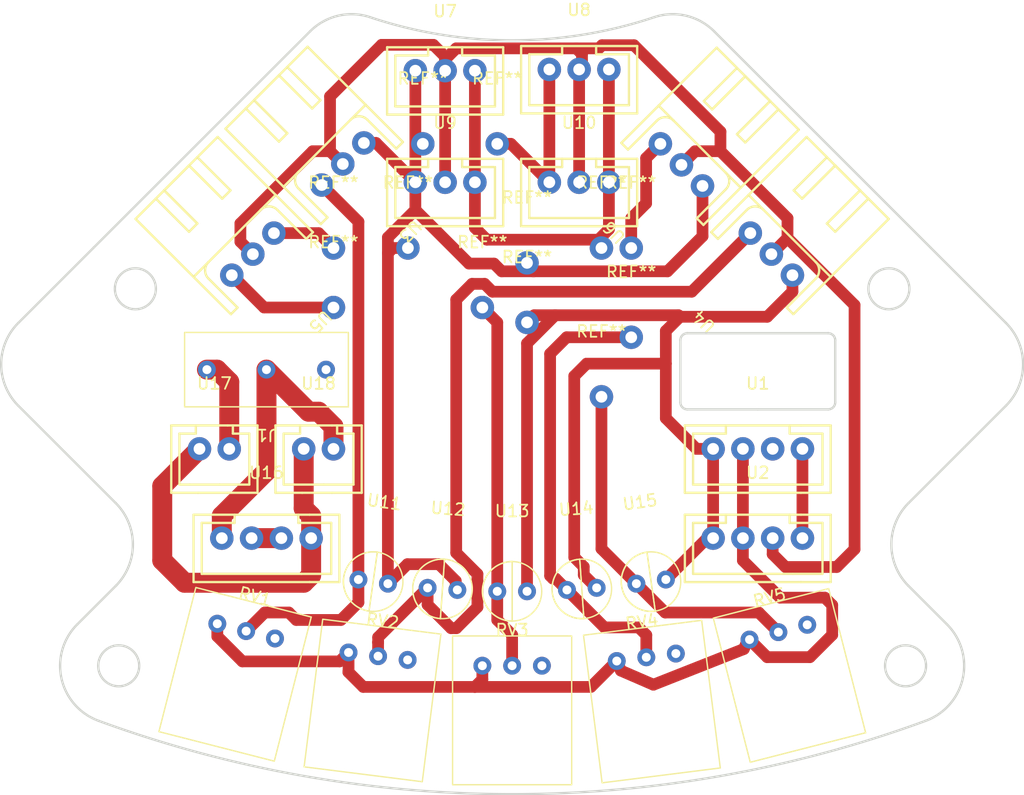
<source format=kicad_pcb>
(kicad_pcb (version 20211014) (generator pcbnew)
  (layers (0 "F.Cu" signal) (31 "B.Cu" signal) (34 "B.Paste" user) (35 "F.Paste" user) (36 "B.SilkS" user "B.Silkscreen") (37 "F.SilkS" user "F.Silkscreen") (38 "B.Mask" user) (39 "F.Mask" user) (44 "Edge.Cuts" user))
  (net 0 "")
  (net 1 "+5V")
  (net 2 "LINE-Light_1")
  (net 4 "LINE-Light_2")
  (net 6 "LINE-Light_3")
  (net 8 "LINE-Light_4")
  (net 10 "LINE-Light_5")
  (net 12 "GND")
  (net 14 "LINE_DAC")
  (net 15 "+3V3")
  (net 17 "Net-(J1-Pad2)")
  (net 18 "Net-(J1-Pad3)")
  (net 19 "Net-(U16-Pad2)")
  (net 20 "GND1")
  (footprint "自分のフットプリント:ジャンパ線" (layer "F.Cu") (at 10.16 50.8)
    (fp_text reference "REF**" (at 0 -0.5 unlocked) (layer "F.SilkS"))
    (fp_text value "ジャンパ線")
    (pad "1" thru_hole circle (at 0 5.08) (size 2 2) (drill 1) (layers F&B.Cu *.Mask))
  )
  (footprint "自分のフットプリント:L字コネクター3ピン" (layer "F.Cu") (at -16.727898 61.794205 -135)
    (fp_text reference "U5" (at 0 -0.5 -135 unlocked) (layer "F.SilkS"))
    (fp_text value "左後LINE用コネクタ")
    (pad "1" thru_hole circle (at -2.54 7.62 45) (size 2 2) (drill 1) (layers *.Cu *.Mask) (net 12 "GND"))
    (pad "2" thru_hole circle (at 0 7.62 45) (size 2 2) (drill 1) (layers *.Cu *.Mask) (net 15 "+3V3"))
    (pad "3" thru_hole circle (at 2.54 7.62 45) (size 2 2) (drill 1) (layers *.Cu *.Mask) (net 6 "LINE-Light_3"))
  )
  (footprint "自分のフットプリント:ジャンパ線" (layer "F.Cu") (at -7.62 41.91)
    (fp_text reference "REF**" (at 0 -0.5 unlocked) (layer "F.SilkS"))
    (fp_text value "ジャンパ線")
    (pad "1" thru_hole circle (at 0 5.08) (size 2 2) (drill 1) (layers F&B.Cu *.Mask))
  )
  (footprint "自分のフットプリント:電解コンデンサー" (layer "F.Cu") (at 10.971711 78.067783 8)
    (fp_text reference "U15" (at 0 -0.5 8 unlocked) (layer "F.SilkS"))
    (fp_text value "電解コンデンサー")
    (pad "1" thru_hole circle (at -1.27 6.35 8) (size 1.524 1.524) (drill 0.762) (layers *.Cu *.Mask) (net 10 "LINE-Light_5"))
    (pad "2" thru_hole circle (at 1.27 6.35 8) (size 1.524 1.524) (drill 0.762) (layers *.Cu *.Mask) (net 12 "GND"))
  )
  (footprint "自分のフットプリント:電解コンデンサー" (layer "F.Cu") (at -10.970468 78.067958 -8)
    (fp_text reference "U11" (at 0 -0.5 -8 unlocked) (layer "F.SilkS"))
    (fp_text value "電解コンデンサー")
    (pad "1" thru_hole circle (at -1.27 6.35 352) (size 1.524 1.524) (drill 0.762) (layers *.Cu *.Mask) (net 2 "LINE-Light_1"))
    (pad "2" thru_hole circle (at 1.27 6.35 352) (size 1.524 1.524) (drill 0.762) (layers *.Cu *.Mask) (net 12 "GND"))
  )
  (footprint "自分のフットプリント:ジャンパ線" (layer "F.Cu") (at 7.62 63.5)
    (fp_text reference "REF**" (at 0 -0.5 unlocked) (layer "F.SilkS"))
    (fp_text value "ジャンパ線")
    (pad "1" thru_hole circle (at 0 5.08) (size 2 2) (drill 1) (layers F&B.Cu *.Mask))
  )
  (footprint "自分のフットプリント:コネクター4ピン" (layer "F.Cu") (at 20.955 67.945)
    (fp_text reference "U1" (at 0 -0.5 unlocked) (layer "F.SilkS"))
    (fp_text value "コネクター4ピン")
    (pad "1" thru_hole circle (at -3.81 5.08) (size 2 2) (drill 1) (layers *.Mask "F.Cu" "In1.Cu" "B.Cu") (net 12 "GND"))
    (pad "2" thru_hole circle (at -1.27 5.08) (size 2 2) (drill 1) (layers *.Mask "F.Cu" "In1.Cu" "B.Cu") (net 1 "+5V"))
    (pad "3" thru_hole circle (at 1.27 5.08) (size 2 2) (drill 1) (layers *.Mask "F.Cu" "In1.Cu" "B.Cu"))
    (pad "4" thru_hole circle (at 3.81 5.08) (size 2 2) (drill 1) (layers *.Mask "F.Cu" "In1.Cu" "B.Cu") (net 14 "LINE_DAC"))
  )
  (footprint "自分のフットプリント:L字コネクター3ピン" (layer "F.Cu") (at 9.055798 54.174205 135)
    (fp_text reference "U6" (at 0 -0.5 135 unlocked) (layer "F.SilkS"))
    (fp_text value "右後LINE用コネクタ")
    (pad "1" thru_hole circle (at -2.54 7.62 315) (size 2 2) (drill 1) (layers *.Cu *.Mask) (net 12 "GND"))
    (pad "2" thru_hole circle (at 0 7.62 315) (size 2 2) (drill 1) (layers *.Cu *.Mask) (net 15 "+3V3"))
    (pad "3" thru_hole circle (at 2.54 7.62 315) (size 2 2) (drill 1) (layers *.Cu *.Mask) (net 8 "LINE-Light_4"))
  )
  (footprint "自分のフットプリント:コネクター3ピン" (layer "F.Cu") (at -5.715 35.665)
    (fp_text reference "U7" (at 0 0 unlocked) (layer "F.SilkS"))
    (fp_text value "予備")
    (pad "1" thru_hole circle (at -2.54 5.08) (size 2 2) (drill 1) (layers *.Mask "F.Cu" "In1.Cu" "B.Cu") (net 12 "GND"))
    (pad "2" thru_hole circle (at 0 5.08) (size 2 2) (drill 1) (layers *.Mask "F.Cu" "In1.Cu" "B.Cu") (net 15 "+3V3"))
    (pad "3" thru_hole circle (at 2.54 5.08) (size 2 2) (drill 1) (layers *.Mask "F.Cu" "In1.Cu" "B.Cu") (net 10 "LINE-Light_5"))
  )
  (footprint "自分のフットプリント:ジャンパ線" (layer "F.Cu") (at -15.24 55.88)
    (fp_text reference "REF**" (at 0 -0.5 unlocked) (layer "F.SilkS"))
    (fp_text value "ジャンパ線")
    (pad "1" thru_hole circle (at 0 5.08) (size 2 2) (drill 1) (layers F&B.Cu *.Mask))
  )
  (footprint "自分のフットプリント:コネクター2ピン" (layer "F.Cu") (at -25.4 67.945)
    (fp_text reference "U17" (at 0 -0.5 unlocked) (layer "F.SilkS"))
    (fp_text value "モータードライバー用")
    (pad "1" thru_hole circle (at -1.27 5.08) (size 2 2) (drill 1) (layers *.Mask "F.Cu" "In1.Cu" "B.Cu") (net 20 "GND1"))
    (pad "2" thru_hole circle (at 1.27 5.08) (size 2 2) (drill 1) (layers *.Mask "F.Cu" "In1.Cu" "B.Cu") (net 18 "Net-(J1-Pad3)"))
  )
  (footprint "自分のフットプリント:コネクター3ピン" (layer "F.Cu") (at 5.715 45.19)
    (fp_text reference "U10" (at 0 0 unlocked) (layer "F.SilkS"))
    (fp_text value "予備")
    (pad "1" thru_hole circle (at -2.54 5.08) (size 2 2) (drill 1) (layers *.Mask "F.Cu" "In1.Cu" "B.Cu") (net 12 "GND"))
    (pad "2" thru_hole circle (at 0 5.08) (size 2 2) (drill 1) (layers *.Mask "F.Cu" "In1.Cu" "B.Cu") (net 15 "+3V3"))
    (pad "3" thru_hole circle (at 2.54 5.08) (size 2 2) (drill 1) (layers *.Mask "F.Cu" "In1.Cu" "B.Cu") (net 10 "LINE-Light_5"))
  )
  (footprint "自分のフットプリント:電解コンデンサー" (layer "F.Cu") (at 5.500505 78.642874 4)
    (fp_text reference "U14" (at 0 -0.5 4 unlocked) (layer "F.SilkS"))
    (fp_text value "電解コンデンサー")
    (pad "1" thru_hole circle (at -1.27 6.35 4) (size 1.524 1.524) (drill 0.762) (layers *.Cu *.Mask) (net 8 "LINE-Light_4"))
    (pad "2" thru_hole circle (at 1.27 6.35 4) (size 1.524 1.524) (drill 0.762) (layers *.Cu *.Mask) (net 12 "GND"))
  )
  (footprint "自分のフットプリント:ジャンパ線" (layer "F.Cu") (at 1.27 57.15)
    (fp_text reference "REF**" (at 0 -0.5 unlocked) (layer "F.SilkS"))
    (fp_text value "ジャンパ線")
    (pad "1" thru_hole circle (at 0 5.08) (size 2 2) (drill 1) (layers F&B.Cu *.Mask))
  )
  (footprint "自分のフットプリント:ジャンパ線" (layer "F.Cu") (at 10.16 58.42)
    (fp_text reference "REF**" (at 0 -0.5 unlocked) (layer "F.SilkS"))
    (fp_text value "ジャンパ線")
    (pad "1" thru_hole circle (at 0 5.08) (size 2 2) (drill 1) (layers F&B.Cu *.Mask))
  )
  (footprint "自分のフットプリント:電解コンデンサー" (layer "F.Cu") (at 0.001256 78.835)
    (fp_text reference "U13" (at 0 -0.5 unlocked) (layer "F.SilkS"))
    (fp_text value "電解コンデンサー")
    (pad "1" thru_hole circle (at -1.27 6.35) (size 1.524 1.524) (drill 0.762) (layers *.Cu *.Mask) (net 6 "LINE-Light_3"))
    (pad "2" thru_hole circle (at 1.27 6.35) (size 1.524 1.524) (drill 0.762) (layers *.Cu *.Mask) (net 12 "GND"))
  )
  (footprint "自分のフットプリント:コネクター3ピン" (layer "F.Cu") (at 5.715 35.56)
    (fp_text reference "U8" (at 0 0 unlocked) (layer "F.SilkS"))
    (fp_text value "予備")
    (pad "1" thru_hole circle (at -2.54 5.08) (size 2 2) (drill 1) (layers *.Mask "F.Cu" "In1.Cu" "B.Cu") (net 12 "GND"))
    (pad "2" thru_hole circle (at 0 5.08) (size 2 2) (drill 1) (layers *.Mask "F.Cu" "In1.Cu" "B.Cu") (net 15 "+3V3"))
    (pad "3" thru_hole circle (at 2.54 5.08) (size 2 2) (drill 1) (layers *.Mask "F.Cu" "In1.Cu" "B.Cu") (net 10 "LINE-Light_5"))
  )
  (footprint "自分のフットプリント:コネクター4ピン" (layer "F.Cu") (at 20.955 75.565)
    (fp_text reference "U2" (at 0 -0.5 unlocked) (layer "F.SilkS"))
    (fp_text value "コネクター4ピン")
    (pad "1" thru_hole circle (at -3.81 5.08) (size 2 2) (drill 1) (layers *.Mask "F.Cu" "In1.Cu" "B.Cu") (net 12 "GND"))
    (pad "2" thru_hole circle (at -1.27 5.08) (size 2 2) (drill 1) (layers *.Mask "F.Cu" "In1.Cu" "B.Cu") (net 1 "+5V"))
    (pad "3" thru_hole circle (at 1.27 5.08) (size 2 2) (drill 1) (layers *.Mask "F.Cu" "In1.Cu" "B.Cu") (net 15 "+3V3"))
    (pad "4" thru_hole circle (at 3.81 5.08) (size 2 2) (drill 1) (layers *.Mask "F.Cu" "In1.Cu" "B.Cu") (net 14 "LINE_DAC"))
  )
  (footprint "自分のフットプリント:ジャンパ線" (layer "F.Cu") (at -2.54 55.88)
    (fp_text reference "REF**" (at 0 -0.5 unlocked) (layer "F.SilkS"))
    (fp_text value "ジャンパ線")
    (pad "1" thru_hole circle (at 0 5.08) (size 2 2) (drill 1) (layers F&B.Cu *.Mask))
  )
  (footprint "自分のフットプリント:コネクター4ピン" (layer "F.Cu") (at -20.955 75.565)
    (fp_text reference "U16" (at 0 -0.5 unlocked) (layer "F.SilkS"))
    (fp_text value "コネクター4ピン")
    (pad "1" thru_hole circle (at -3.81 5.08) (size 2 2) (drill 1) (layers *.Mask "F.Cu" "In1.Cu" "B.Cu") (net 17 "Net-(J1-Pad2)"))
    (pad "2" thru_hole circle (at -1.27 5.08) (size 2 2) (drill 1) (layers *.Mask "F.Cu" "In1.Cu" "B.Cu") (net 19 "Net-(U16-Pad2)"))
    (pad "3" thru_hole circle (at 1.27 5.08) (size 2 2) (drill 1) (layers *.Mask "F.Cu" "In1.Cu" "B.Cu") (net 19 "Net-(U16-Pad2)"))
    (pad "4" thru_hole circle (at 3.81 5.08) (size 2 2) (drill 1) (layers *.Mask "F.Cu" "In1.Cu" "B.Cu") (net 20 "GND1"))
  )
  (footprint "自分のフットプリント:ジャンパ線" (layer "F.Cu") (at -8.89 50.8)
    (fp_text reference "REF**" (at 0 -0.5 unlocked) (layer "F.SilkS"))
    (fp_text value "ジャンパ線")
    (pad "1" thru_hole circle (at 0 5.08) (size 2 2) (drill 1) (layers F&B.Cu *.Mask))
  )
  (footprint "自分のフットプリント:ジャンパ線" (layer "F.Cu") (at 1.27 52.07)
    (fp_text reference "REF**" (at 0 -0.5 unlocked) (layer "F.SilkS"))
    (fp_text value "ジャンパ線")
    (pad "1" thru_hole circle (at 0 5.08) (size 2 2) (drill 1) (layers *.Cu *.Mask))
  )
  (footprint "自分のフットプリント:コネクター3ピン" (layer "F.Cu") (at -5.715 45.19)
    (fp_text reference "U9" (at 0 0 unlocked) (layer "F.SilkS"))
    (fp_text value "予備")
    (pad "1" thru_hole circle (at -2.54 5.08) (size 2 2) (drill 1) (layers *.Mask "F.Cu" "In1.Cu" "B.Cu") (net 12 "GND"))
    (pad "2" thru_hole circle (at 0 5.08) (size 2 2) (drill 1) (layers *.Mask "F.Cu" "In1.Cu" "B.Cu") (net 15 "+3V3"))
    (pad "3" thru_hole circle (at 2.54 5.08) (size 2 2) (drill 1) (layers *.Mask "F.Cu" "In1.Cu" "B.Cu") (net 10 "LINE-Light_5"))
  )
  (footprint "R_Potentiometer:Potentiometer" (layer "F.Cu") (at 0 88.995)
    (fp_text reference "RV3" (at 0 -0.5 unlocked) (layer "F.SilkS"))
    (fp_text value "可変抵抗3")
    (pad "1" thru_hole circle (at -2.54 2.54) (size 1.524 1.524) (drill 0.762) (layers *.Cu *.Mask) (net 1 "+5V"))
    (pad "2" thru_hole circle (at 0 2.54) (size 1.524 1.524) (drill 0.762) (layers *.Cu *.Mask) (net 6 "LINE-Light_3"))
    (pad "3" thru_hole circle (at 2.54 2.54) (size 1.524 1.524) (drill 0.762) (layers *.Cu *.Mask))
  )
  (footprint "自分のフットプリント:L字コネクター3ピン" (layer "F.Cu") (at -9.055798 54.096423 -135)
    (fp_text reference "U3" (at 0 -0.5 -135 unlocked) (layer "F.SilkS"))
    (fp_text value "左前LINE用コネクタ")
    (pad "1" thru_hole circle (at -2.54 7.62 45) (size 2 2) (drill 1) (layers *.Cu *.Mask) (net 12 "GND"))
    (pad "2" thru_hole circle (at 0 7.62 45) (size 2 2) (drill 1) (layers *.Cu *.Mask) (net 15 "+3V3"))
    (pad "3" thru_hole circle (at 2.54 7.62 45) (size 2 2) (drill 1) (layers *.Cu *.Mask) (net 2 "LINE-Light_1"))
  )
  (footprint "自分のフットプリント:L字コネクター3ピン" (layer "F.Cu") (at 16.727898 61.794205 135)
    (fp_text reference "U4" (at 0 -0.5 135 unlocked) (layer "F.SilkS"))
    (fp_text value "右前LINE用コネクタ")
    (pad "1" thru_hole circle (at -2.54 7.62 315) (size 2 2) (drill 1) (layers *.Cu *.Mask) (net 12 "GND"))
    (pad "2" thru_hole circle (at 0 7.62 315) (size 2 2) (drill 1) (layers *.Cu *.Mask) (net 15 "+3V3"))
    (pad "3" thru_hole circle (at 2.54 7.62 315) (size 2 2) (drill 1) (layers *.Cu *.Mask) (net 4 "LINE-Light_2"))
  )
  (footprint "自分のフットプリント:ジャンパ線" (layer "F.Cu") (at -1.27 41.91)
    (fp_text reference "REF**" (at 0 -0.5 unlocked) (layer "F.SilkS"))
    (fp_text value "ジャンパ線")
    (pad "1" thru_hole circle (at 0 5.08) (size 2 2) (drill 1) (layers F&B.Cu *.Mask))
  )
  (footprint "自分のフットプリント:コネクター2ピン" (layer "F.Cu") (at -16.51 67.945)
    (fp_text reference "U18" (at 0 -0.5 unlocked) (layer "F.SilkS"))
    (fp_text value "TJ3B用")
    (pad "1" thru_hole circle (at -1.27 5.08) (size 2 2) (drill 1) (layers *.Mask "F.Cu" "In1.Cu" "B.Cu") (net 20 "GND1"))
    (pad "2" thru_hole circle (at 1.27 5.08) (size 2 2) (drill 1) (layers *.Mask "F.Cu" "In1.Cu" "B.Cu") (net 17 "Net-(J1-Pad2)"))
  )
  (footprint "自分のフットプリント:ジャンパ線" (layer "F.Cu") (at -15.24 50.8)
    (fp_text reference "REF**" (at 0 -0.5 unlocked) (layer "F.SilkS"))
    (fp_text value "ジャンパ線")
    (pad "1" thru_hole circle (at 0 5.08) (size 2 2) (drill 1) (layers F&B.Cu *.Mask))
  )
  (footprint "自分のフットプリント:基板用大きなトグルスイッチ" (layer "F.Cu") (at -20.955 71.3425 180)
    (fp_text reference "J1" (at 0 -0.5 180 unlocked) (layer "F.SilkS"))
    (fp_text value "トグルスイッチ")
    (pad "1" thru_hole circle (at -5.08 5.08 180) (size 1.524 1.524) (drill 0.762) (layers *.Mask "F.Cu" "In1.Cu" "B.Cu"))
    (pad "2" thru_hole circle (at 0 5.08 180) (size 1.524 1.524) (drill 0.762) (layers *.Mask "F.Cu" "In1.Cu" "B.Cu") (net 17 "Net-(J1-Pad2)"))
    (pad "3" thru_hole circle (at 5.08 5.08 180) (size 1.524 1.524) (drill 0.762) (layers *.Mask "F.Cu" "In1.Cu" "B.Cu") (net 18 "Net-(J1-Pad3)"))
  )
  (footprint "R_Potentiometer:Potentiometer" (layer "F.Cu") (at -11.116468 88.202234 -7.183333333)
    (fp_text reference "RV2" (at 0 -0.5 -7.183333333 unlocked) (layer "F.SilkS"))
    (fp_text value "可変抵抗2")
    (pad "1" thru_hole circle (at -2.54 2.54 352.8166667) (size 1.524 1.524) (drill 0.762) (layers *.Cu *.Mask) (net 1 "+5V"))
    (pad "2" thru_hole circle (at 0 2.54 352.8166667) (size 1.524 1.524) (drill 0.762) (layers *.Cu *.Mask) (net 4 "LINE-Light_2"))
    (pad "3" thru_hole circle (at 2.54 2.54 352.8166667) (size 1.524 1.524) (drill 0.762) (layers *.Cu *.Mask))
  )
  (footprint "自分のフットプリント:電解コンデンサー" (layer "F.Cu") (at -5.499252 78.642962 -4)
    (fp_text reference "U12" (at 0 -0.5 -4 unlocked) (layer "F.SilkS"))
    (fp_text value "電解コンデンサー")
    (pad "1" thru_hole circle (at -1.27 6.35 356) (size 1.524 1.524) (drill 0.762) (layers *.Cu *.Mask) (net 4 "LINE-Light_2"))
    (pad "2" thru_hole circle (at 1.27 6.35 356) (size 1.524 1.524) (drill 0.762) (layers *.Cu *.Mask) (net 12 "GND"))
  )
  (footprint "R_Potentiometer:Potentiometer" (layer "F.Cu") (at 11.128347 88.296489 7.183333333)
    (fp_text reference "RV4" (at 0 -0.5 7.183333333 unlocked) (layer "F.SilkS"))
    (fp_text value "可変抵抗4")
    (pad "1" thru_hole circle (at -2.54 2.54 7.183333333) (size 1.524 1.524) (drill 0.762) (layers *.Cu *.Mask) (net 1 "+5V"))
    (pad "2" thru_hole circle (at 0 2.54 7.183333333) (size 1.524 1.524) (drill 0.762) (layers *.Cu *.Mask) (net 8 "LINE-Light_4"))
    (pad "3" thru_hole circle (at 2.54 2.54 7.183333333) (size 1.524 1.524) (drill 0.762) (layers *.Cu *.Mask))
  )
  (footprint "R_Potentiometer:Potentiometer" (layer "F.Cu") (at 22.082004 86.21192 14.36666667)
    (fp_text reference "RV5" (at 0 -0.5 14.36666667 unlocked) (layer "F.SilkS"))
    (fp_text value "可変抵抗5")
    (pad "1" thru_hole circle (at -2.54 2.54 14.36666667) (size 1.524 1.524) (drill 0.762) (layers *.Cu *.Mask) (net 1 "+5V"))
    (pad "2" thru_hole circle (at 0 2.54 14.36666667) (size 1.524 1.524) (drill 0.762) (layers *.Cu *.Mask) (net 10 "LINE-Light_5"))
    (pad "3" thru_hole circle (at 2.54 2.54 14.36666667) (size 1.524 1.524) (drill 0.762) (layers *.Cu *.Mask))
  )
  (footprint "R_Potentiometer:Potentiometer" (layer "F.Cu") (at -22.058432 86.119891 -14.36666667)
    (fp_text reference "RV1" (at 0 -0.5 -14.36666667 unlocked) (layer "F.SilkS"))
    (fp_text value "可変抵抗1")
    (pad "1" thru_hole circle (at -2.54 2.54 345.6333333) (size 1.524 1.524) (drill 0.762) (layers *.Cu *.Mask) (net 1 "+5V"))
    (pad "2" thru_hole circle (at 0 2.54 345.6333333) (size 1.524 1.524) (drill 0.762) (layers *.Cu *.Mask) (net 2 "LINE-Light_1"))
    (pad "3" thru_hole circle (at 2.54 2.54 345.6333333) (size 1.524 1.524) (drill 0.762) (layers *.Cu *.Mask))
  )
  (footprint "自分のフットプリント:ジャンパ線" (layer "F.Cu") (at 7.62 50.8)
    (fp_text reference "REF**" (at 0 -0.5 unlocked) (layer "F.SilkS"))
    (fp_text value "ジャンパ線")
    (pad "1" thru_hole circle (at 0 5.08) (size 2 2) (drill 1) (layers F&B.Cu *.Mask))
  )
  (gr_line (start 26.96 69.655) (end 20.955 69.655) (layer "Edge.Cuts") (width 0.2))
  (gr_circle (center 32.137857 59.361819) (end 33.887857 59.361819) (layer "Edge.Cuts") (width 0.2) (fill none))
  (gr_arc (start 42.121989 62.274882) (mid 43.586456 65.810417) (end 42.121989 69.34595) (layer "Edge.Cuts") (width 0.2))
  (gr_circle (center -33.559601 91.542705) (end -31.809601 91.542705) (layer "Edge.Cuts") (width 0.2) (fill none))
  (gr_arc (start 12.111811 36.181579) (mid 14.844665 36.055993) (end 17.234545 37.387437) (layer "Edge.Cuts") (width 0.2))
  (gr_arc (start -35.280607 96.237185) (mid -38.442335 92.619235) (end -37.095135 88.007171) (layer "Edge.Cuts") (width 0.2))
  (gr_arc (start -33.813925 77.654014) (mid -32.349614 81.150142) (end -33.758637 84.668916) (layer "Edge.Cuts") (width 0.2))
  (gr_arc (start -42.121989 69.34595) (mid -43.586455 65.810416) (end -42.121989 62.274882) (layer "Edge.Cuts") (width 0.2))
  (gr_line (start -33.813486 84.725522) (end -37.095135 88.007171) (layer "Edge.Cuts") (width 0.2))
  (gr_arc (start 26.96 63.155) (mid 27.384264 63.330736) (end 27.56 63.755) (layer "Edge.Cuts") (width 0.2))
  (gr_line (start 20.955 69.655) (end 14.94764 69.654999) (layer "Edge.Cuts") (width 0.2))
  (gr_line (start 33.813485 84.725522) (end 33.758637 84.668916) (layer "Edge.Cuts") (width 0.2))
  (gr_line (start -42.121989 69.34595) (end -33.813925 77.654014) (layer "Edge.Cuts") (width 0.2))
  (gr_circle (center 33.559601 91.542705) (end 35.309601 91.542705) (layer "Edge.Cuts") (width 0.2) (fill none))
  (gr_arc (start 14.35 63.755) (mid 14.525736 63.330736) (end 14.95 63.155) (layer "Edge.Cuts") (width 0.2))
  (gr_arc (start 27.56 69.055) (mid 27.384264 69.479264) (end 26.96 69.655) (layer "Edge.Cuts") (width 0.2))
  (gr_line (start -33.758637 84.668916) (end -33.813486 84.725522) (layer "Edge.Cuts") (width 0.2))
  (gr_circle (center -32.137858 59.361819) (end -30.387858 59.361819) (layer "Edge.Cuts") (width 0.2) (fill none))
  (gr_arc (start 12.111811 36.181579) (mid 0 38.155) (end -12.111811 36.181579) (layer "Edge.Cuts") (width 0.2))
  (gr_line (start 35.673391 55.826285) (end 17.234545 37.387437) (layer "Edge.Cuts") (width 0.2))
  (gr_line (start 14.95 63.155) (end 26.96 63.155) (layer "Edge.Cuts") (width 0.2))
  (gr_arc (start 37.095135 88.007171) (mid 38.44233 92.619232) (end 35.280606 96.237185) (layer "Edge.Cuts") (width 0.2))
  (gr_arc (start 35.280606 96.237185) (mid 0 102.500348) (end -35.280607 96.237185) (layer "Edge.Cuts") (width 0.2))
  (gr_line (start 27.56 63.755) (end 27.56 69.055) (layer "Edge.Cuts") (width 0.2))
  (gr_line (start 33.813924 77.654014) (end 38.586456 72.881483) (layer "Edge.Cuts") (width 0.2))
  (gr_line (start -35.673392 55.826285) (end -42.121989 62.274882) (layer "Edge.Cuts") (width 0.2))
  (gr_line (start 38.586456 72.881483) (end 42.121989 69.34595) (layer "Edge.Cuts") (width 0.2))
  (gr_line (start -17.234545 37.387437) (end -35.673392 55.826285) (layer "Edge.Cuts") (width 0.2))
  (gr_arc (start 14.94764 69.654999) (mid 14.524901 69.478433) (end 14.35 69.055004) (layer "Edge.Cuts") (width 0.2))
  (gr_line (start 14.35 69.055004) (end 14.35 63.755) (layer "Edge.Cuts") (width 0.2))
  (gr_line (start 42.121989 62.274882) (end 35.673391 55.826285) (layer "Edge.Cuts") (width 0.2))
  (gr_arc (start 33.758637 84.668916) (mid 32.349616 81.150143) (end 33.813924 77.654014) (layer "Edge.Cuts") (width 0.2))
  (gr_line (start 37.095135 88.007171) (end 33.813485 84.725522) (layer "Edge.Cuts") (width 0.2))
  (gr_arc (start -17.234545 37.387437) (mid -14.844666 36.055993) (end -12.111811 36.181579) (layer "Edge.Cuts") (width 0.2))
  (segment (start 9.274951 91.953853) (end 12.049897 93.157556) (width 1) (layer "F.Cu") (net 1))
  (segment (start 27.305 86.36) (end 27.305 88.9) (width 1) (layer "F.Cu") (net 1))
  (segment (start 8.879123 90.951552) (end 9.274951 91.953853) (width 1) (layer "F.Cu") (net 1))
  (segment (start -3.175 93.345) (end -2.54 92.71) (width 1) (layer "F.Cu") (net 1))
  (segment (start 6.715063 93.345) (end -3.175 93.345) (width 1) (layer "F.Cu") (net 1))
  (segment (start 8.925897 91.134166) (end 6.715063 93.345) (width 1) (layer "F.Cu") (net 1))
  (segment (start 19.685 80.645) (end 19.685 82.55) (width 1) (layer "F.Cu") (net 1))
  (segment (start -2.54 92.71) (end -2.54 91.535) (width 1) (layer "F.Cu") (net 1))
  (segment (start 12.049897 93.157556) (end 19.764369 90.110965) (width 1) (layer "F.Cu") (net 1))
  (segment (start 19.685 73.025) (end 19.685 80.645) (width 1) (layer "F.Cu") (net 1))
  (segment (start -13.954145 92.059145) (end -13.97 92.075) (width 1) (layer "F.Cu") (net 1))
  (segment (start 27.305 88.9) (end 25.4 90.805) (width 1) (layer "F.Cu") (net 1))
  (segment (start 22.86 85.725) (end 26.67 85.725) (width 1) (layer "F.Cu") (net 1))
  (segment (start -13.954145 90.404684) (end -13.954145 92.059145) (width 1) (layer "F.Cu") (net 1))
  (segment (start -25.149241 89.027848) (end -23.010406 91.166683) (width 1) (layer "F.Cu") (net 1))
  (segment (start 26.67 85.725) (end 27.305 86.36) (width 1) (layer "F.Cu") (net 1))
  (segment (start -25.149241 87.950218) (end -25.149241 89.027848) (width 1) (layer "F.Cu") (net 1))
  (segment (start 21.753948 90.805) (end 20.251677 89.302729) (width 1) (layer "F.Cu") (net 1))
  (segment (start -14.716144 91.166683) (end -13.954145 90.404684) (width 1) (layer "F.Cu") (net 1))
  (segment (start 25.4 90.805) (end 21.753948 90.805) (width 1) (layer "F.Cu") (net 1))
  (segment (start -23.010406 91.166683) (end -14.716144 91.166683) (width 1) (layer "F.Cu") (net 1))
  (segment (start 19.764369 90.110965) (end 20.19321 89.12234) (width 1) (layer "F.Cu") (net 1))
  (segment (start 19.685 82.55) (end 22.86 85.725) (width 1) (layer "F.Cu") (net 1))
  (segment (start -13.97 92.075) (end -12.7 93.345) (width 1) (layer "F.Cu") (net 1))
  (segment (start -12.7 93.345) (end -3.175 93.345) (width 1) (layer "F.Cu") (net 1))
  (segment (start -18.415 87.63) (end -19.05 86.995) (width 1) (layer "F.Cu") (net 2))
  (segment (start -13.111858 53.632466) (end -13.111858 84.17941) (width 1) (layer "F.Cu") (net 2))
  (segment (start -13.111858 86.136858) (end -14.605 87.63) (width 1) (layer "F.Cu") (net 2))
  (segment (start -14.605 87.63) (end -18.415 87.63) (width 1) (layer "F.Cu") (net 2))
  (segment (start -19.05 86.995) (end -21.103214 86.995) (width 1) (layer "F.Cu") (net 2))
  (segment (start -21.103214 86.995) (end -22.688673 88.580459) (width 1) (layer "F.Cu") (net 2))
  (segment (start -13.111858 84.17941) (end -13.111858 86.136858) (width 1) (layer "F.Cu") (net 2))
  (segment (start -16.240003 50.504321) (end -13.111858 53.632466) (width 1) (layer "F.Cu") (net 2))
  (segment (start 15.32 59.61) (end 20.32 54.61) (width 1) (layer "F.Cu") (net 4))
  (segment (start -2.96 86.53) (end -2.96 83.71) (width 1) (layer "F.Cu") (net 4))
  (segment (start -7.209112 84.888903) (end -7.209112 86.330888) (width 1) (layer "F.Cu") (net 4))
  (segment (start -11.43 89.109791) (end -11.43 89.535) (width 1) (layer "F.Cu") (net 4))
  (segment (start -5.21 88.33) (end -4.76 88.33) (width 1) (layer "F.Cu") (net 4))
  (segment (start -7.209112 84.888903) (end -11.43 89.109791) (width 1) (layer "F.Cu") (net 4))
  (segment (start -2.96 83.71) (end -4.77 81.9) (width 1) (layer "F.Cu") (net 4))
  (segment (start -4.76 88.33) (end -2.96 86.53) (width 1) (layer "F.Cu") (net 4))
  (segment (start -1.68 59.61) (end 15.32 59.61) (width 1) (layer "F.Cu") (net 4))
  (segment (start -3.42 58.94) (end -2.35 58.94) (width 1) (layer "F.Cu") (net 4))
  (segment (start -11.43 89.535) (end -11.434081 89.539081) (width 1) (layer "F.Cu") (net 4))
  (segment (start -4.77 81.9) (end -4.77 60.29) (width 1) (layer "F.Cu") (net 4))
  (segment (start -2.35 58.94) (end -1.68 59.61) (width 1) (layer "F.Cu") (net 4))
  (segment (start -11.434081 89.539081) (end -11.434081 90.722298) (width 1) (layer "F.Cu") (net 4))
  (segment (start -7.209112 86.330888) (end -5.21 88.33) (width 1) (layer "F.Cu") (net 4))
  (segment (start -4.77 60.29) (end -3.42 58.94) (width 1) (layer "F.Cu") (net 4))
  (segment (start -1.268744 87.631256) (end 0 88.9) (width 1) (layer "F.Cu") (net 6))
  (segment (start -21.154206 60.96) (end -15.24 60.96) (width 1) (layer "F.Cu") (net 6))
  (segment (start 0 88.9) (end 0 91.535) (width 1) (layer "F.Cu") (net 6))
  (segment (start -1.268744 85.185) (end -1.268744 62.231256) (width 1) (layer "F.Cu") (net 6))
  (segment (start -1.268744 62.231256) (end -2.54 60.96) (width 1) (layer "F.Cu") (net 6))
  (segment (start -23.912103 58.202103) (end -21.154206 60.96) (width 1) (layer "F.Cu") (net 6))
  (segment (start -1.268744 85.185) (end -1.268744 87.631256) (width 1) (layer "F.Cu") (net 6))
  (segment (start 7.875556 88.265) (end 10.795 88.265) (width 1) (layer "F.Cu") (net 8))
  (segment (start 4.676552 85.065996) (end 7.875556 88.265) (width 1) (layer "F.Cu") (net 8))
  (segment (start 11.43 48.2079) (end 11.43 52.07) (width 1) (layer "F.Cu") (net 8))
  (segment (start 3.48 84.1) (end 3.710556 84.1) (width 1) (layer "F.Cu") (net 8))
  (segment (start 4.65 63.5) (end 3.24 64.91) (width 1) (layer "F.Cu") (net 8))
  (segment (start 3.24 83.86) (end 3.48 84.1) (width 1) (layer "F.Cu") (net 8))
  (segment (start 11.44596 88.91596) (end 11.44596 90.816553) (width 1) (layer "F.Cu") (net 8))
  (segment (start 12.6479 46.99) (end 11.43 48.2079) (width 1) (layer "F.Cu") (net 8))
  (segment (start 3.24 64.91) (end 3.24 83.86) (width 1) (layer "F.Cu") (net 8))
  (segment (start 3.710556 84.1) (end 4.676552 85.065996) (width 1) (layer "F.Cu") (net 8))
  (segment (start 11.43 52.07) (end 10.16 53.34) (width 1) (layer "F.Cu") (net 8))
  (segment (start 10.16 63.5) (end 4.65 63.5) (width 1) (layer "F.Cu") (net 8))
  (segment (start 10.795 88.265) (end 11.44596 88.91596) (width 1) (layer "F.Cu") (net 8))
  (segment (start 10.16 53.34) (end 10.16 55.88) (width 1) (layer "F.Cu") (net 8))
  (segment (start 7.37 55.17) (end -2.16 55.17) (width 1) (layer "F.Cu") (net 10))
  (segment (start 10.59782 84.532735) (end 7.62 81.554915) (width 1) (layer "F.Cu") (net 10))
  (segment (start 8.255 54.285) (end 7.37 55.17) (width 1) (layer "F.Cu") (net 10))
  (segment (start -2.16 55.17) (end -3.175 54.155) (width 1) (layer "F.Cu") (net 10))
  (segment (start 7.37 55.63) (end 7.62 55.88) (width 1) (layer "F.Cu") (net 10))
  (segment (start -3.175 40.745) (end -3.175 50.27) (width 1) (layer "F.Cu") (net 10))
  (segment (start 8.255 50.27) (end 8.255 54.285) (width 1) (layer "F.Cu") (net 10))
  (segment (start 10.59782 84.532735) (end 13.060085 86.995) (width 1) (layer "F.Cu") (net 10))
  (segment (start 7.37 55.17) (end 7.37 55.63) (width 1) (layer "F.Cu") (net 10))
  (segment (start 13.060085 86.995) (end 21.034757 86.995) (width 1) (layer "F.Cu") (net 10))
  (segment (start 7.62 81.554915) (end 7.62 68.58) (width 1) (layer "F.Cu") (net 10))
  (segment (start 21.034757 86.995) (end 22.712245 88.672488) (width 1) (layer "F.Cu") (net 10))
  (segment (start -3.175 54.155) (end -3.175 50.27) (width 1) (layer "F.Cu") (net 10))
  (segment (start 8.255 40.64) (end 8.255 50.27) (width 1) (layer "F.Cu") (net 10))
  (segment (start -4.81 84.931383) (end -4.81 84.3) (width 1) (layer "F.Cu") (net 12))
  (segment (start 1.271256 64.018744) (end 3.67 61.62) (width 1) (layer "F.Cu") (net 12))
  (segment (start -8.933667 82.87) (end -10.596577 84.53291) (width 1) (layer "F.Cu") (net 12))
  (segment (start -0.105 46.99) (end -1.27 46.99) (width 1) (layer "F.Cu") (net 12))
  (segment (start 1.88 61.62) (end 1.27 62.23) (width 1) (layer "F.Cu") (net 12))
  (segment (start 13.25 57.87) (end 1.82 57.87) (width 1) (layer "F.Cu") (net 12))
  (segment (start 3.175 40.64) (end 3.175 50.27) (width 1) (layer "F.Cu") (net 12))
  (segment (start -4.675299 85.066084) (end -4.81 84.931383) (width 1) (layer "F.Cu") (net 12))
  (segment (start 17.145 80.645) (end 16.647336 80.645) (width 1) (layer "F.Cu") (net 12))
  (segment (start 1.82 57.7) (end 1.27 57.15) (width 1) (layer "F.Cu") (net 12))
  (segment (start 3.175 50.27) (end -0.105 46.99) (width 1) (layer "F.Cu") (net 12))
  (segment (start 15.725 73.025) (end 13.11 70.41) (width 1) (layer "F.Cu") (net 12))
  (segment (start -0.89 57.87) (end -1.55 57.21) (width 1) (layer "F.Cu") (net 12))
  (segment (start 3.67 61.62) (end 1.88 61.62) (width 1) (layer "F.Cu") (net 12))
  (segment (start 16.240003 54.879997) (end 13.25 57.87) (width 1) (layer "F.Cu") (net 12))
  (segment (start -10.596577 54.976577) (end -8.255 52.635) (width 1) (layer "F.Cu") (net 12))
  (segment (start -10.596577 84.53291) (end -10.596577 56.316577) (width 1) (layer "F.Cu") (net 12))
  (segment (start -16.51 54.61) (end -15.24 55.88) (width 1) (layer "F.Cu") (net 12))
  (segment (start 14.19 61.62) (end 14.32 61.75) (width 1) (layer "F.Cu") (net 12))
  (segment (start 1.82 57.87) (end 1.82 57.7) (width 1) (layer "F.Cu") (net 12))
  (segment (start -1.55 57.21) (end -3.68 57.21) (width 1) (layer "F.Cu") (net 12))
  (segment (start -8.255 46.355) (end -7.62 46.99) (width 1) (layer "F.Cu") (net 12))
  (segment (start -3.68 57.21) (end -8.255 52.635) (width 1) (layer "F.Cu") (net 12))
  (segment (start -4.81 84.3) (end -6.24 82.87) (width 1) (layer "F.Cu") (net 12))
  (segment (start 13.11 65.75) (end 13.11 62.96) (width 1) (layer "F.Cu") (net 12))
  (segment (start 6.11 83.78845) (end 7.210365 84.888815) (width 1) (layer "F.Cu") (net 12))
  (segment (start 5.3 66.81) (end 5.3 82.28) (width 1) (layer "F.Cu") (net 12))
  (segment (start 16.240003 50.582103) (end 16.240003 54.879997) (width 1) (layer "F.Cu") (net 12))
  (segment (start 6.36 65.75) (end 5.3 66.81) (width 1) (layer "F.Cu") (net 12))
  (segment (start 16.647336 80.645) (end 13.113101 84.179235) (width 1) (layer "F.Cu") (net 12))
  (segment (start -11.612782 46.912218) (end -8.255 50.27) (width 1) (layer "F.Cu") (net 12))
  (segment (start 5.3 82.28) (end 6.11 83.09) (width 1) (layer "F.Cu") (net 12))
  (segment (start 17.145 73.025) (end 17.145 80.645) (width 1) (layer "F.Cu") (net 12))
  (segment (start -8.255 50.27) (end -8.255 52.635) (width 1) (layer "F.Cu") (net 12))
  (segment (start 13.11 65.75) (end 6.36 65.75) (width 1) (layer "F.Cu") (net 12))
  (segment (start 13.11 62.96) (end 14.32 61.75) (width 1) (layer "F.Cu") (net 12))
  (segment (start 1.82 57.87) (end -0.89 57.87) (width 1) (layer "F.Cu") (net 12))
  (segment (start -10.596577 56.316577) (end -10.596577 54.976577) (width 1) (layer "F.Cu") (net 12))
  (segment (start -8.255 46.355) (end -8.255 50.27) (width 1) (layer "F.Cu") (net 12))
  (segment (start 17.145 73.025) (end 15.725 73.025) (width 1) (layer "F.Cu") (net 12))
  (segment (start 14.32 61.75) (end 21.76 61.75) (width 1) (layer "F.Cu") (net 12))
  (segment (start -10.596577 56.316577) (end -10.16 55.88) (width 1) (layer "F.Cu") (net 12))
  (segment (start 6.11 83.09) (end 6.11 83.78845) (width 1) (layer "F.Cu") (net 12))
  (segment (start -12.6479 46.912218) (end -11.612782 46.912218) (width 1) (layer "F.Cu") (net 12))
  (segment (start 13.11 70.41) (end 13.11 65.75) (width 1) (layer "F.Cu") (net 12))
  (segment (start 3.67 61.62) (end 14.19 61.62) (width 1) (layer "F.Cu") (net 12))
  (segment (start -8.255 40.745) (end -8.255 46.355) (width 1) (layer "F.Cu") (net 12))
  (segment (start 1.271256 85.185) (end 1.271256 64.018744) (width 1) (layer "F.Cu") (net 12))
  (segment (start -6.24 82.87) (end -8.933667 82.87) (width 1) (layer "F.Cu") (net 12))
  (segment (start -20.32 54.61) (end -16.51 54.61) (width 1) (layer "F.Cu") (net 12))
  (segment (start -10.16 55.88) (end -8.89 55.88) (width 1) (layer "F.Cu") (net 12))
  (segment (start 21.76 61.75) (end 23.912103 59.597897) (width 1) (layer "F.Cu") (net 12))
  (segment (start 23.912103 59.597897) (end 23.912103 58.202103) (width 1) (layer "F.Cu") (net 12))
  (segment (start 24.765 80.645) (end 24.765 73.025) (width 1) (layer "F.Cu") (net 14))
  (segment (start 5.47 38.84) (end 5.96 39.33) (width 1) (layer "F.Cu") (net 15))
  (segment (start -4.77 38.84) (end 5.47 38.84) (width 1) (layer "F.Cu") (net 15))
  (segment (start -11.13 38.54) (end -6.72 38.54) (width 1) (layer "F.Cu") (net 15))
  (segment (start -15.532221 47.62) (end -15.532221 42.942221) (width 1) (layer "F.Cu") (net 15))
  (segment (start 5.96 40.395) (end 5.715 40.64) (width 1) (layer "F.Cu") (net 15))
  (segment (start 7.67 38.57) (end 10.39 38.57) (width 1) (layer "F.Cu") (net 15))
  (segment (start -23.18 53.79) (end -17.01 47.62) (width 1) (layer "F.Cu") (net 15))
  (segment (start 7.4 38.84) (end 7.67 38.57) (width 1) (layer "F.Cu") (net 15))
  (segment (start 17.77 45.95) (end 17.77 47.62) (width 1) (layer "F.Cu") (net 15))
  (segment (start 17.77 47.62) (end 23.49 53.34) (width 1) (layer "F.Cu") (net 15))
  (segment (start -5.715 50.27) (end -5.715 40.745) (width 1) (layer "F.Cu") (net 15))
  (segment (start 22.225 80.645) (end 22.225 82.015) (width 1) (layer "F.Cu") (net 15))
  (segment (start 5.715 40.64) (end 5.715 50.27) (width 1) (layer "F.Cu") (net 15))
  (segment (start 23.32 83.11) (end 27.69 83.11) (width 1) (layer "F.Cu") (net 15))
  (segment (start 10.39 38.57) (end 17.77 45.95) (width 1) (layer "F.Cu") (net 15))
  (segment (start 14.443952 48.786051) (end 15.610003 47.62) (width 1) (layer "F.Cu") (net 15))
  (segment (start -15.532221 47.62) (end -14.443952 48.708269) (width 1) (layer "F.Cu") (net 15))
  (segment (start 29.21 81.59) (end 29.21 60.752103) (width 1) (layer "F.Cu") (net 15))
  (segment (start -22.116052 56.406051) (end -23.18 55.342103) (width 1) (layer "F.Cu") (net 15))
  (segment (start 27.69 83.11) (end 29.21 81.59) (width 1) (layer "F.Cu") (net 15))
  (segment (start -5.715 39.785) (end -4.77 38.84) (width 1) (layer "F.Cu") (net 15))
  (segment (start 23.49 55.032103) (end 22.116052 56.406051) (width 1) (layer "F.Cu") (net 15))
  (segment (start 5.96 39.33) (end 5.96 40.395) (width 1) (layer "F.Cu") (net 15))
  (segment (start -23.18 55.342103) (end -23.18 53.79) (width 1) (layer "F.Cu") (net 15))
  (segment (start -5.715 40.745) (end -5.715 39.785) (width 1) (layer "F.Cu") (net 15))
  (segment (start 23.49 53.34) (end 23.49 55.032103) (width 1) (layer "F.Cu") (net 15))
  (segment (start 22.225 82.015) (end 23.32 83.11) (width 1) (layer "F.Cu") (net 15))
  (segment (start -6.72 38.54) (end -5.715 39.545) (width 1) (layer "F.Cu") (net 15))
  (segment (start 5.47 38.84) (end 7.4 38.84) (width 1) (layer "F.Cu") (net 15))
  (segment (start -5.715 39.545) (end -5.715 40.745) (width 1) (layer "F.Cu") (net 15))
  (segment (start -15.532221 42.942221) (end -11.13 38.54) (width 1) (layer "F.Cu") (net 15))
  (segment (start -17.01 47.62) (end -15.532221 47.62) (width 1) (layer "F.Cu") (net 15))
  (segment (start 15.610003 47.62) (end 17.77 47.62) (width 1) (layer "F.Cu") (net 15))
  (segment (start 29.21 60.752103) (end 23.49 55.032103) (width 1) (layer "F.Cu") (net 15))
  (segment (start -24.765 78.74) (end -24.765 80.645) (width 1.7) (layer "F.Cu") (net 17))
  (segment (start -17.3675 69.85) (end -16.51 69.85) (width 1.7) (layer "F.Cu") (net 17))
  (segment (start -20.955 66.2625) (end -17.3675 69.85) (width 1.7) (layer "F.Cu") (net 17))
  (segment (start -16.51 69.85) (end -15.24 71.12) (width 1.7) (layer "F.Cu") (net 17))
  (segment (start -20.955 66.2625) (end -20.955 74.93) (width 1.7) (layer "F.Cu") (net 17))
  (segment (start -20.955 74.93) (end -24.765 78.74) (width 1.7) (layer "F.Cu") (net 17))
  (segment (start -15.24 71.12) (end -15.24 73.025) (width 1.7) (layer "F.Cu") (net 17))
  (segment (start -24.13 67.31) (end -24.13 73.025) (width 1.7) (layer "F.Cu") (net 18))
  (segment (start -25.1775 66.2625) (end -24.13 67.31) (width 1.7) (layer "F.Cu") (net 18))
  (segment (start -26.035 66.2625) (end -25.1775 66.2625) (width 1.7) (layer "F.Cu") (net 18))
  (segment (start -19.685 80.645) (end -22.225 80.645) (width 1.7) (layer "F.Cu") (net 19))
  (segment (start -17.78 78.105) (end -17.145 78.74) (width 1.7) (layer "F.Cu") (net 20))
  (segment (start -29.845 82.55) (end -29.845 76.2) (width 1.7) (layer "F.Cu") (net 20))
  (segment (start -29.845 76.2) (end -26.67 73.025) (width 1.7) (layer "F.Cu") (net 20))
  (segment (start -27.94 84.455) (end -29.845 82.55) (width 1.7) (layer "F.Cu") (net 20))
  (segment (start -17.145 80.645) (end -17.145 83.82) (width 1.7) (layer "F.Cu") (net 20))
  (segment (start -17.145 78.74) (end -17.145 80.645) (width 1.7) (layer "F.Cu") (net 20))
  (segment (start -17.78 84.455) (end -27.94 84.455) (width 1.7) (layer "F.Cu") (net 20))
  (segment (start -17.145 83.82) (end -17.78 84.455) (width 1.7) (layer "F.Cu") (net 20))
  (segment (start -17.78 73.025) (end -17.78 78.105) (width 1.7) (layer "F.Cu") (net 20))
)
</source>
